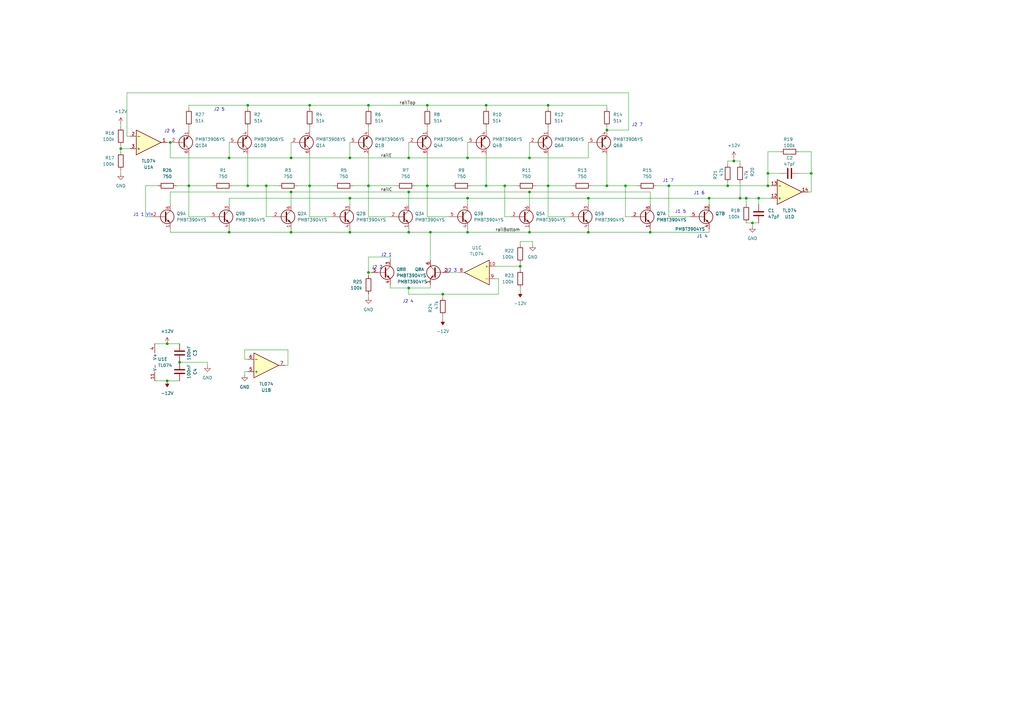
<source format=kicad_sch>
(kicad_sch (version 20230121) (generator eeschema)
  (paper "A3")
  (lib_symbols
    (symbol "Amplifier_Operational:TL074" (pin_names (offset 0.127))
      (property "Reference" "U" (at 0 5.08 0))
      (property "Value" "TL074" (at 0 -5.08 0))
      (symbol "TL074_1_1"
        (polyline (pts (xy -5.08 5.08) (xy 5.08 0) (xy -5.08 -5.08) (xy -5.08 5.08)) (stroke (width 0.254)) (fill (type background)))
        (pin output line (at 7.62 0 180) (length 2.54) (name "~") (number "1"))
        (pin input line (at -7.62 -2.54 0) (length 2.54) (name "-") (number "2"))
        (pin input line (at -7.62 2.54 0) (length 2.54) (name "+") (number "3"))
      )
      (symbol "TL074_2_1"
        (polyline (pts (xy -5.08 5.08) (xy 5.08 0) (xy -5.08 -5.08) (xy -5.08 5.08)) (stroke (width 0.254)) (fill (type background)))
        (pin input line (at -7.62 2.54 0) (length 2.54) (name "+") (number "5"))
        (pin input line (at -7.62 -2.54 0) (length 2.54) (name "-") (number "6"))
        (pin output line (at 7.62 0 180) (length 2.54) (name "~") (number "7"))
      )
      (symbol "TL074_3_1"
        (polyline (pts (xy -5.08 5.08) (xy 5.08 0) (xy -5.08 -5.08) (xy -5.08 5.08)) (stroke (width 0.254)) (fill (type background)))
        (pin input line (at -7.62 2.54 0) (length 2.54) (name "+") (number "10"))
        (pin output line (at 7.62 0 180) (length 2.54) (name "~") (number "8"))
        (pin input line (at -7.62 -2.54 0) (length 2.54) (name "-") (number "9"))
      )
      (symbol "TL074_4_1"
        (polyline (pts (xy -5.08 5.08) (xy 5.08 0) (xy -5.08 -5.08) (xy -5.08 5.08)) (stroke (width 0.254)) (fill (type background)))
        (pin input line (at -7.62 2.54 0) (length 2.54) (name "+") (number "12"))
        (pin input line (at -7.62 -2.54 0) (length 2.54) (name "-") (number "13"))
        (pin output line (at 7.62 0 180) (length 2.54) (name "~") (number "14"))
      )
      (symbol "TL074_5_1"
        (pin power_in line (at -2.54 -7.62 90) (length 3.81) (name "V-") (number "11"))
        (pin power_in line (at -2.54 7.62 270) (length 3.81) (name "V+") (number "4"))
      )
    )
    (symbol "Device:C" (pin_numbers hide) (pin_names (offset 0.254))
      (property "Reference" "C" (at 0.635 2.54 0))
      (property "Value" "C" (at 0.635 -2.54 0))
      (symbol "C_0_1"
        (polyline (pts (xy -2.032 -0.762) (xy 2.032 -0.762)) (stroke (width 0.508)))
        (polyline (pts (xy -2.032 0.762) (xy 2.032 0.762)) (stroke (width 0.508)))
      )
      (symbol "C_1_1"
        (pin passive line (at 0 3.81 270) (length 2.794) (name "~") (number "1"))
        (pin passive line (at 0 -3.81 90) (length 2.794) (name "~") (number "2"))
      )
    )
    (symbol "Device:R" (pin_numbers hide) (pin_names (offset 0))
      (property "Reference" "R" (at 2.032 0 90))
      (property "Value" "R" (at 0 0 90))
      (symbol "R_0_1"
        (rectangle (start -1.016 -2.54) (end 1.016 2.54) (stroke (width 0.254)))
      )
      (symbol "R_1_1"
        (pin passive line (at 0 3.81 270) (length 1.27) (name "~") (number "1"))
        (pin passive line (at 0 -3.81 90) (length 1.27) (name "~") (number "2"))
      )
    )
    (symbol "Transistor_BJT:PMBT3904YS" (pin_names (offset 0) hide)
      (property "Reference" "Q" (at 5.08 1.27 0))
      (property "Value" "PMBT3904YS" (at 5.08 -1.27 0))
      (symbol "PMBT3904YS_0_1"
        (polyline (pts (xy 0.635 0) (xy -2.54 0)))
        (polyline (pts (xy 0.635 0.635) (xy 2.54 2.54)))
        (polyline (pts (xy 0.635 -0.635) (xy 2.54 -2.54) (xy 2.54 -2.54)))
        (polyline (pts (xy 0.635 1.905) (xy 0.635 -1.905) (xy 0.635 -1.905)) (stroke (width 0.508)))
        (polyline (pts (xy 1.27 -1.778) (xy 1.778 -1.27) (xy 2.286 -2.286) (xy 1.27 -1.778) (xy 1.27 -1.778)) (fill (type outline)))
        (circle (center 1.27 0) (radius 2.8194) (stroke (width 0.254)))
      )
      (symbol "PMBT3904YS_1_1"
        (pin passive line (at 2.54 -5.08 90) (length 2.54) (name "E1") (number "1"))
        (pin input line (at -5.08 0 0) (length 2.54) (name "B1") (number "2"))
        (pin passive line (at 2.54 5.08 270) (length 2.54) (name "C1") (number "6"))
      )
      (symbol "PMBT3904YS_2_1"
        (pin passive line (at 2.54 5.08 270) (length 2.54) (name "C2") (number "3"))
        (pin passive line (at 2.54 -5.08 90) (length 2.54) (name "E2") (number "4"))
        (pin input line (at -5.08 0 0) (length 2.54) (name "B2") (number "5"))
      )
    )
    (symbol "Transistor_BJT:PMBT3906YS" (pin_names (offset 0) hide)
      (property "Reference" "Q" (at 5.08 1.27 0))
      (property "Value" "PMBT3906YS" (at 5.08 -1.27 0))
      (symbol "PMBT3906YS_0_1"
        (polyline (pts (xy 0.635 0) (xy -2.54 0)))
        (polyline (pts (xy 0.635 0.635) (xy 2.54 2.54)))
        (polyline (pts (xy 0.635 -0.635) (xy 2.54 -2.54) (xy 2.54 -2.54)))
        (polyline (pts (xy 0.635 1.905) (xy 0.635 -1.905) (xy 0.635 -1.905)) (stroke (width 0.508)))
        (polyline (pts (xy 2.286 -1.778) (xy 1.778 -2.286) (xy 1.27 -1.27) (xy 2.286 -1.778) (xy 2.286 -1.778)) (fill (type outline)))
        (circle (center 1.27 0) (radius 2.8194) (stroke (width 0.254)))
      )
      (symbol "PMBT3906YS_1_1"
        (pin passive line (at 2.54 -5.08 90) (length 2.54) (name "E1") (number "1"))
        (pin input line (at -5.08 0 0) (length 2.54) (name "B1") (number "2"))
        (pin passive line (at 2.54 5.08 270) (length 2.54) (name "C1") (number "6"))
      )
      (symbol "PMBT3906YS_2_1"
        (pin passive line (at 2.54 5.08 270) (length 2.54) (name "C2") (number "3"))
        (pin passive line (at 2.54 -5.08 90) (length 2.54) (name "E2") (number "4"))
        (pin input line (at -5.08 0 0) (length 2.54) (name "B2") (number "5"))
      )
    )
    (symbol "power:+12V" (power) (pin_names (offset 0))
      (property "Value" "+12V" (at 0 3.556 0))
      (symbol "+12V_0_1"
        (polyline (pts (xy -0.762 1.27) (xy 0 2.54)))
        (polyline (pts (xy 0 0) (xy 0 2.54)))
        (polyline (pts (xy 0 2.54) (xy 0.762 1.27)))
      )
      (symbol "+12V_1_1"
        (pin power_in line (at 0 0 90) (length 0) hide (name "+12V") (number "1"))
      )
    )
    (symbol "power:-12V" (power) (pin_names (offset 0))
      (property "Value" "-12V" (at 0 3.81 0))
      (symbol "-12V_0_0"
        (pin power_in line (at 0 0 90) (length 0) hide (name "-12V") (number "1"))
      )
      (symbol "-12V_0_1"
        (polyline (pts (xy 0 0) (xy 0 1.27) (xy 0.762 1.27) (xy 0 2.54) (xy -0.762 1.27) (xy 0 1.27)) (fill (type outline)))
      )
    )
    (symbol "power:GND" (power) (pin_names (offset 0))
      (property "Value" "GND" (at 0 -3.81 0))
      (symbol "GND_0_1"
        (polyline (pts (xy 0 0) (xy 0 -1.27) (xy 1.27 -1.27) (xy 0 -2.54) (xy -1.27 -1.27) (xy 0 -1.27)))
      )
      (symbol "GND_1_1"
        (pin power_in line (at 0 0 270) (length 0) hide (name "GND") (number "1"))
      )
    )
  )
  (junction (at 93.98 64.77))
  (junction (at 73.66 148.59))
  (junction (at 167.64 78.74))
  (junction (at 300.99 66.04))
  (junction (at 167.64 64.77))
  (junction (at 151.13 76.2))
  (junction (at 266.7 95.25))
  (junction (at 68.58 140.97))
  (junction (at 167.64 95.25))
  (junction (at 248.92 53.34))
  (junction (at 151.13 43.18))
  (junction (at 217.17 78.74))
  (junction (at 303.53 81.28))
  (junction (at 314.96 76.2))
  (junction (at 199.39 76.2))
  (junction (at 290.83 81.28))
  (junction (at 224.79 43.18))
  (junction (at 68.58 156.21))
  (junction (at 101.6 76.2))
  (junction (at 311.15 81.28))
  (junction (at 176.53 95.25))
  (junction (at 217.17 95.25))
  (junction (at 306.07 81.28))
  (junction (at 314.96 71.12))
  (junction (at 217.17 64.77))
  (junction (at 49.53 60.96))
  (junction (at 119.38 78.74))
  (junction (at 93.98 95.25))
  (junction (at 127 43.18))
  (junction (at 119.38 64.77))
  (junction (at 69.85 58.42))
  (junction (at 241.3 95.25))
  (junction (at 119.38 95.25))
  (junction (at 109.22 76.2))
  (junction (at 143.51 81.28))
  (junction (at 143.51 64.77))
  (junction (at 224.79 76.2))
  (junction (at 127 76.2))
  (junction (at 248.92 76.2))
  (junction (at 191.77 64.77))
  (junction (at 175.26 76.2))
  (junction (at 298.45 76.2))
  (junction (at 241.3 81.28))
  (junction (at 213.36 109.22))
  (junction (at 143.51 95.25))
  (junction (at 274.32 76.2))
  (junction (at 207.01 76.2))
  (junction (at 167.64 118.11))
  (junction (at 199.39 43.18))
  (junction (at 191.77 95.25))
  (junction (at 308.61 91.44))
  (junction (at 151.13 111.76))
  (junction (at 332.74 71.12))
  (junction (at 191.77 81.28))
  (junction (at 181.61 120.65))
  (junction (at 77.47 76.2))
  (junction (at 101.6 43.18))
  (junction (at 256.54 76.2))
  (junction (at 175.26 43.18))
  (wire (pts (xy 68.58 156.21) (xy 73.66 156.21)))
  (wire (pts (xy 49.53 69.85) (xy 49.53 71.12)))
  (wire (pts (xy 248.92 52.07) (xy 248.92 53.34)))
  (wire (pts (xy 119.38 64.77) (xy 119.38 58.42)))
  (wire (pts (xy 217.17 78.74) (xy 217.17 83.82)))
  (wire (pts (xy 213.36 107.95) (xy 213.36 109.22)))
  (wire (pts (xy 224.79 43.18) (xy 248.92 43.18)))
  (wire (pts (xy 170.18 76.2) (xy 175.26 76.2)))
  (wire (pts (xy 306.07 81.28) (xy 311.15 81.28)))
  (wire (pts (xy 217.17 78.74) (xy 266.7 78.74)))
  (wire (pts (xy 320.04 62.23) (xy 314.96 62.23)))
  (wire (pts (xy 207.01 88.9) (xy 209.55 88.9)))
  (wire (pts (xy 204.47 114.3) (xy 204.47 120.65)))
  (wire (pts (xy 327.66 62.23) (xy 332.74 62.23)))
  (wire (pts (xy 151.13 43.18) (xy 151.13 44.45)))
  (wire (pts (xy 181.61 120.65) (xy 181.61 121.92)))
  (wire (pts (xy 224.79 52.07) (xy 224.79 53.34)))
  (wire (pts (xy 213.36 99.06) (xy 213.36 100.33)))
  (wire (pts (xy 127 88.9) (xy 135.89 88.9)))
  (wire (pts (xy 175.26 44.45) (xy 175.26 43.18)))
  (wire (pts (xy 176.53 95.25) (xy 191.77 95.25)))
  (wire (pts (xy 151.13 88.9) (xy 160.02 88.9)))
  (wire (pts (xy 167.64 64.77) (xy 191.77 64.77)))
  (wire (pts (xy 77.47 76.2) (xy 77.47 88.9)))
  (wire (pts (xy 101.6 63.5) (xy 101.6 76.2)))
  (wire (pts (xy 199.39 43.18) (xy 199.39 44.45)))
  (wire (pts (xy 73.66 148.59) (xy 85.09 148.59)))
  (wire (pts (xy 175.26 52.07) (xy 175.26 53.34)))
  (wire (pts (xy 241.3 81.28) (xy 241.3 83.82)))
  (wire (pts (xy 207.01 76.2) (xy 212.09 76.2)))
  (wire (pts (xy 199.39 43.18) (xy 224.79 43.18)))
  (wire (pts (xy 314.96 62.23) (xy 314.96 71.12)))
  (wire (pts (xy 101.6 52.07) (xy 101.6 53.34)))
  (wire (pts (xy 327.66 71.12) (xy 332.74 71.12)))
  (wire (pts (xy 77.47 43.18) (xy 101.6 43.18)))
  (wire (pts (xy 303.53 67.31) (xy 303.53 66.04)))
  (wire (pts (xy 241.3 58.42) (xy 241.3 64.77)))
  (wire (pts (xy 167.64 78.74) (xy 217.17 78.74)))
  (wire (pts (xy 199.39 76.2) (xy 207.01 76.2)))
  (wire (pts (xy 143.51 93.98) (xy 143.51 95.25)))
  (wire (pts (xy 298.45 66.04) (xy 298.45 67.31)))
  (wire (pts (xy 175.26 76.2) (xy 175.26 88.9)))
  (wire (pts (xy 143.51 81.28) (xy 143.51 83.82)))
  (wire (pts (xy 256.54 88.9) (xy 259.08 88.9)))
  (wire (pts (xy 290.83 93.98) (xy 290.83 95.25)))
  (wire (pts (xy 300.99 64.77) (xy 300.99 66.04)))
  (wire (pts (xy 72.39 76.2) (xy 77.47 76.2)))
  (wire (pts (xy 241.3 95.25) (xy 217.17 95.25)))
  (wire (pts (xy 127 76.2) (xy 127 88.9)))
  (wire (pts (xy 143.51 81.28) (xy 191.77 81.28)))
  (wire (pts (xy 219.71 76.2) (xy 224.79 76.2)))
  (wire (pts (xy 160.02 105.41) (xy 151.13 105.41)))
  (wire (pts (xy 109.22 76.2) (xy 114.3 76.2)))
  (wire (pts (xy 59.69 88.9) (xy 62.23 88.9)))
  (wire (pts (xy 151.13 111.76) (xy 151.13 113.03)))
  (wire (pts (xy 77.47 44.45) (xy 77.47 43.18)))
  (wire (pts (xy 203.2 114.3) (xy 204.47 114.3)))
  (wire (pts (xy 248.92 76.2) (xy 242.57 76.2)))
  (wire (pts (xy 69.85 95.25) (xy 93.98 95.25)))
  (wire (pts (xy 248.92 63.5) (xy 248.92 76.2)))
  (wire (pts (xy 191.77 64.77) (xy 217.17 64.77)))
  (wire (pts (xy 119.38 78.74) (xy 167.64 78.74)))
  (wire (pts (xy 176.53 118.11) (xy 176.53 116.84)))
  (wire (pts (xy 207.01 76.2) (xy 207.01 88.9)))
  (wire (pts (xy 314.96 71.12) (xy 320.04 71.12)))
  (wire (pts (xy 127 43.18) (xy 151.13 43.18)))
  (wire (pts (xy 217.17 93.98) (xy 217.17 95.25)))
  (wire (pts (xy 77.47 52.07) (xy 77.47 53.34)))
  (wire (pts (xy 290.83 95.25) (xy 266.7 95.25)))
  (wire (pts (xy 93.98 58.42) (xy 93.98 64.77)))
  (wire (pts (xy 298.45 76.2) (xy 314.96 76.2)))
  (wire (pts (xy 217.17 64.77) (xy 217.17 58.42)))
  (wire (pts (xy 151.13 43.18) (xy 175.26 43.18)))
  (wire (pts (xy 204.47 120.65) (xy 181.61 120.65)))
  (wire (pts (xy 332.74 78.74) (xy 331.47 78.74)))
  (wire (pts (xy 127 76.2) (xy 137.16 76.2)))
  (wire (pts (xy 101.6 152.4) (xy 100.33 152.4)))
  (wire (pts (xy 95.25 76.2) (xy 101.6 76.2)))
  (wire (pts (xy 167.64 118.11) (xy 167.64 120.65)))
  (wire (pts (xy 266.7 78.74) (xy 266.7 83.82)))
  (wire (pts (xy 119.38 78.74) (xy 119.38 83.82)))
  (wire (pts (xy 257.81 38.1) (xy 257.81 53.34)))
  (wire (pts (xy 303.53 74.93) (xy 303.53 81.28)))
  (wire (pts (xy 184.15 111.76) (xy 187.96 111.76)))
  (wire (pts (xy 101.6 43.18) (xy 127 43.18)))
  (wire (pts (xy 303.53 81.28) (xy 306.07 81.28)))
  (wire (pts (xy 100.33 143.51) (xy 118.11 143.51)))
  (wire (pts (xy 167.64 118.11) (xy 176.53 118.11)))
  (wire (pts (xy 303.53 66.04) (xy 300.99 66.04)))
  (wire (pts (xy 143.51 58.42) (xy 143.51 64.77)))
  (wire (pts (xy 151.13 76.2) (xy 151.13 88.9)))
  (wire (pts (xy 224.79 63.5) (xy 224.79 76.2)))
  (wire (pts (xy 314.96 76.2) (xy 316.23 76.2)))
  (wire (pts (xy 121.92 76.2) (xy 127 76.2)))
  (wire (pts (xy 101.6 76.2) (xy 109.22 76.2)))
  (wire (pts (xy 52.07 38.1) (xy 257.81 38.1)))
  (wire (pts (xy 248.92 43.18) (xy 248.92 44.45)))
  (wire (pts (xy 160.02 106.68) (xy 160.02 105.41)))
  (wire (pts (xy 151.13 52.07) (xy 151.13 53.34)))
  (wire (pts (xy 167.64 95.25) (xy 176.53 95.25)))
  (wire (pts (xy 298.45 74.93) (xy 298.45 76.2)))
  (wire (pts (xy 176.53 95.25) (xy 176.53 106.68)))
  (wire (pts (xy 248.92 76.2) (xy 256.54 76.2)))
  (wire (pts (xy 93.98 64.77) (xy 119.38 64.77)))
  (wire (pts (xy 49.53 50.8) (xy 49.53 52.07)))
  (wire (pts (xy 306.07 81.28) (xy 306.07 83.82)))
  (wire (pts (xy 218.44 99.06) (xy 213.36 99.06)))
  (wire (pts (xy 109.22 76.2) (xy 109.22 88.9)))
  (wire (pts (xy 241.3 81.28) (xy 290.83 81.28)))
  (wire (pts (xy 181.61 120.65) (xy 167.64 120.65)))
  (wire (pts (xy 160.02 118.11) (xy 167.64 118.11)))
  (wire (pts (xy 93.98 83.82) (xy 93.98 81.28)))
  (wire (pts (xy 151.13 76.2) (xy 144.78 76.2)))
  (wire (pts (xy 199.39 63.5) (xy 199.39 76.2)))
  (wire (pts (xy 175.26 63.5) (xy 175.26 76.2)))
  (wire (pts (xy 64.77 76.2) (xy 59.69 76.2)))
  (wire (pts (xy 224.79 76.2) (xy 224.79 88.9)))
  (wire (pts (xy 191.77 95.25) (xy 191.77 93.98)))
  (wire (pts (xy 151.13 105.41) (xy 151.13 111.76)))
  (wire (pts (xy 256.54 76.2) (xy 256.54 88.9)))
  (wire (pts (xy 69.85 64.77) (xy 69.85 58.42)))
  (wire (pts (xy 181.61 129.54) (xy 181.61 130.81)))
  (wire (pts (xy 217.17 95.25) (xy 191.77 95.25)))
  (wire (pts (xy 143.51 95.25) (xy 119.38 95.25)))
  (wire (pts (xy 119.38 95.25) (xy 93.98 95.25)))
  (wire (pts (xy 53.34 60.96) (xy 49.53 60.96)))
  (wire (pts (xy 224.79 88.9) (xy 233.68 88.9)))
  (wire (pts (xy 218.44 100.33) (xy 218.44 99.06)))
  (wire (pts (xy 300.99 66.04) (xy 298.45 66.04)))
  (wire (pts (xy 53.34 55.88) (xy 52.07 55.88)))
  (wire (pts (xy 274.32 76.2) (xy 274.32 88.9)))
  (wire (pts (xy 109.22 88.9) (xy 111.76 88.9)))
  (wire (pts (xy 162.56 76.2) (xy 151.13 76.2)))
  (wire (pts (xy 290.83 81.28) (xy 303.53 81.28)))
  (wire (pts (xy 256.54 76.2) (xy 261.62 76.2)))
  (wire (pts (xy 224.79 43.18) (xy 224.79 44.45)))
  (wire (pts (xy 213.36 109.22) (xy 213.36 110.49)))
  (wire (pts (xy 193.04 76.2) (xy 199.39 76.2)))
  (wire (pts (xy 167.64 83.82) (xy 167.64 78.74)))
  (wire (pts (xy 59.69 76.2) (xy 59.69 88.9)))
  (wire (pts (xy 241.3 64.77) (xy 217.17 64.77)))
  (wire (pts (xy 63.5 156.21) (xy 68.58 156.21)))
  (wire (pts (xy 69.85 93.98) (xy 69.85 95.25)))
  (wire (pts (xy 77.47 76.2) (xy 87.63 76.2)))
  (wire (pts (xy 68.58 140.97) (xy 73.66 140.97)))
  (wire (pts (xy 151.13 120.65) (xy 151.13 121.92)))
  (wire (pts (xy 69.85 83.82) (xy 69.85 78.74)))
  (wire (pts (xy 127 52.07) (xy 127 53.34)))
  (wire (pts (xy 93.98 81.28) (xy 143.51 81.28)))
  (wire (pts (xy 85.09 149.86) (xy 85.09 148.59)))
  (wire (pts (xy 118.11 149.86) (xy 116.84 149.86)))
  (wire (pts (xy 143.51 64.77) (xy 119.38 64.77)))
  (wire (pts (xy 290.83 81.28) (xy 290.83 83.82)))
  (wire (pts (xy 311.15 83.82) (xy 311.15 81.28)))
  (wire (pts (xy 127 63.5) (xy 127 76.2)))
  (wire (pts (xy 101.6 43.18) (xy 101.6 44.45)))
  (wire (pts (xy 101.6 147.32) (xy 100.33 147.32)))
  (wire (pts (xy 69.85 64.77) (xy 93.98 64.77)))
  (wire (pts (xy 224.79 76.2) (xy 234.95 76.2)))
  (wire (pts (xy 175.26 43.18) (xy 199.39 43.18)))
  (wire (pts (xy 52.07 55.88) (xy 52.07 38.1)))
  (wire (pts (xy 167.64 93.98) (xy 167.64 95.25)))
  (wire (pts (xy 68.58 58.42) (xy 69.85 58.42)))
  (wire (pts (xy 160.02 116.84) (xy 160.02 118.11)))
  (wire (pts (xy 63.5 140.97) (xy 68.58 140.97)))
  (wire (pts (xy 308.61 92.71) (xy 308.61 91.44)))
  (wire (pts (xy 100.33 152.4) (xy 100.33 153.67)))
  (wire (pts (xy 308.61 91.44) (xy 306.07 91.44)))
  (wire (pts (xy 213.36 118.11) (xy 213.36 119.38)))
  (wire (pts (xy 191.77 83.82) (xy 191.77 81.28)))
  (wire (pts (xy 69.85 78.74) (xy 119.38 78.74)))
  (wire (pts (xy 203.2 109.22) (xy 213.36 109.22)))
  (wire (pts (xy 314.96 71.12) (xy 314.96 76.2)))
  (wire (pts (xy 93.98 95.25) (xy 93.98 93.98)))
  (wire (pts (xy 143.51 64.77) (xy 167.64 64.77)))
  (wire (pts (xy 49.53 60.96) (xy 49.53 59.69)))
  (wire (pts (xy 77.47 88.9) (xy 86.36 88.9)))
  (wire (pts (xy 167.64 64.77) (xy 167.64 58.42)))
  (wire (pts (xy 118.11 143.51) (xy 118.11 149.86)))
  (wire (pts (xy 175.26 88.9) (xy 184.15 88.9)))
  (wire (pts (xy 269.24 76.2) (xy 274.32 76.2)))
  (wire (pts (xy 266.7 93.98) (xy 266.7 95.25)))
  (wire (pts (xy 241.3 93.98) (xy 241.3 95.25)))
  (wire (pts (xy 274.32 88.9) (xy 283.21 88.9)))
  (wire (pts (xy 191.77 81.28) (xy 241.3 81.28)))
  (wire (pts (xy 152.4 111.76) (xy 151.13 111.76)))
  (wire (pts (xy 143.51 95.25) (xy 167.64 95.25)))
  (wire (pts (xy 49.53 60.96) (xy 49.53 62.23)))
  (wire (pts (xy 274.32 76.2) (xy 298.45 76.2)))
  (wire (pts (xy 175.26 76.2) (xy 185.42 76.2)))
  (wire (pts (xy 119.38 93.98) (xy 119.38 95.25)))
  (wire (pts (xy 332.74 62.23) (xy 332.74 71.12)))
  (wire (pts (xy 308.61 91.44) (xy 311.15 91.44)))
  (wire (pts (xy 332.74 71.12) (xy 332.74 78.74)))
  (wire (pts (xy 77.47 63.5) (xy 77.47 76.2)))
  (wire (pts (xy 100.33 147.32) (xy 100.33 143.51)))
  (wire (pts (xy 151.13 63.5) (xy 151.13 76.2)))
  (wire (pts (xy 127 43.18) (xy 127 44.45)))
  (wire (pts (xy 311.15 81.28) (xy 316.23 81.28)))
  (wire (pts (xy 199.39 52.07) (xy 199.39 53.34)))
  (wire (pts (xy 266.7 95.25) (xy 241.3 95.25)))
  (wire (pts (xy 191.77 58.42) (xy 191.77 64.77)))
  (wire (pts (xy 248.92 53.34) (xy 257.81 53.34)))
  (text "J2 1" (at 156.21 105.41 0) (effects (font (size 1.27 1.27)) (justify left bottom)))
  (text "J2 5" (at 87.63 45.72 0) (effects (font (size 1.27 1.27)) (justify left bottom)))
  (text "J1 4" (at 285.75 97.79 0) (effects (font (size 1.27 1.27)) (justify left bottom)))
  (text "J2 3" (at 182.88 111.76 0) (effects (font (size 1.27 1.27)) (justify left bottom)))
  (text "J1 7" (at 271.78 74.93 0) (effects (font (size 1.27 1.27)) (justify left bottom)))
  (text "J1 1 Vin" (at 54.61 88.9 0) (effects (font (size 1.27 1.27)) (justify left bottom)))
  (text "J2 6" (at 67.31 54.61 0) (effects (font (size 1.27 1.27)) (justify left bottom)))
  (text "J1 6" (at 284.48 80.01 0) (effects (font (size 1.27 1.27)) (justify left bottom)))
  (text "J2 2" (at 152.4 110.49 0) (effects (font (size 1.27 1.27)) (justify left bottom)))
  (text "J1 5" (at 276.86 87.63 0) (effects (font (size 1.27 1.27)) (justify left bottom)))
  (text "J2 4" (at 165.1 124.46 0) (effects (font (size 1.27 1.27)) (justify left bottom)))
  (text "J2 7" (at 259.08 52.07 0) (effects (font (size 1.27 1.27)) (justify left bottom)))
  (label "railC" (at 156.21 78.74 0))
  (label "railE" (at 156.21 64.77 0))
  (label "railTop" (at 163.83 43.18 0))
  (label "railBottom" (at 203.2 95.25 0))
  (symbol (lib_id "Device:R") (at 265.43 76.2 90) (unit 1)
    (property "Reference" "R15" (at 265.43 69.85 90))
    (property "Value" "750" (at 265.43 72.39 90))
    (property "Footprint" "Resistor_SMD:R_0402_1005Metric" (effects hide))
  )
  (symbol (lib_id "Device:R") (at 101.6 48.26 0) (unit 1)
    (property "Reference" "R2" (at 104.14 46.99 0) (effects (justify left)))
    (property "Value" "51k" (at 104.14 49.53 0) (effects (justify left)))
    (property "Footprint" "Resistor_SMD:R_0402_1005Metric" (effects hide))
  )
  (symbol (lib_id "Transistor_BJT:PMBT3904YS") (at 238.76 88.9 0) (unit 2)
    (property "Reference" "Q5" (at 243.84 87.63 0) (effects (justify left)))
    (property "Value" "PMBT3904YS" (at 243.84 90.17 0) (effects (justify left)))
    (property "Footprint" "Package_TO_SOT_SMD:SOT-363_SC-70-6" (effects hide))
    (property "Datasheet" "https://assets.nexperia.com/documents/data-sheet/PMBT3904YS.pdf" (effects hide))
  )
  (symbol (lib_id "Transistor_BJT:PMBT3906YS") (at 196.85 58.42 0) (mirror x) (unit 2)
    (property "Reference" "Q4" (at 201.93 59.69 0) (effects (justify left)))
    (property "Value" "PMBT3906YS" (at 201.93 57.15 0) (effects (justify left)))
    (property "Footprint" "Package_TO_SOT_SMD:SOT-363_SC-70-6" (effects hide))
    (property "Datasheet" "https://assets.nexperia.com/documents/data-sheet/PMBT3906YS.pdf" (effects hide))
  )
  (symbol (lib_id "power:+12V") (at 300.99 64.77 0) (unit 1)
    (property "Reference" "#PWR04" (effects hide))
    (property "Value" "+12V" (at 300.99 59.69 0))
  )
  (symbol (lib_id "Device:R") (at 238.76 76.2 90) (unit 1)
    (property "Reference" "R13" (at 238.76 69.85 90))
    (property "Value" "750" (at 238.76 72.39 90))
    (property "Footprint" "Resistor_SMD:R_0402_1005Metric" (effects hide))
  )
  (symbol (lib_id "Transistor_BJT:PMBT3904YS") (at 157.48 111.76 0) (unit 2)
    (property "Reference" "Q8" (at 162.56 110.49 0) (effects (justify left)))
    (property "Value" "PMBT3904YS" (at 162.56 113.03 0) (effects (justify left)))
    (property "Footprint" "Package_TO_SOT_SMD:SOT-363_SC-70-6" (effects hide))
    (property "Datasheet" "https://assets.nexperia.com/documents/data-sheet/PMBT3904YS.pdf" (effects hide))
  )
  (symbol (lib_id "Device:R") (at 49.53 66.04 0) (mirror y) (unit 1)
    (property "Reference" "R17" (at 46.99 64.77 0) (effects (justify left)))
    (property "Value" "100k" (at 46.99 67.31 0) (effects (justify left)))
    (property "Footprint" "Resistor_SMD:R_0402_1005Metric" (effects hide))
  )
  (symbol (lib_id "Device:R") (at 306.07 87.63 0) (mirror y) (unit 1)
    (property "Reference" "R18" (at 303.53 86.36 0) (effects (justify left)))
    (property "Value" "100k" (at 303.53 88.9 0) (effects (justify left)))
    (property "Footprint" "Resistor_SMD:R_0402_1005Metric" (effects hide))
  )
  (symbol (lib_id "Device:R") (at 91.44 76.2 90) (unit 1)
    (property "Reference" "R1" (at 91.44 69.85 90))
    (property "Value" "750" (at 91.44 72.39 90))
    (property "Footprint" "Resistor_SMD:R_0402_1005Metric" (effects hide))
  )
  (symbol (lib_id "Device:R") (at 213.36 114.3 0) (mirror y) (unit 1)
    (property "Reference" "R23" (at 210.82 113.03 0) (effects (justify left)))
    (property "Value" "100k" (at 210.82 115.57 0) (effects (justify left)))
    (property "Footprint" "Resistor_SMD:R_0402_1005Metric" (effects hide))
  )
  (symbol (lib_id "Device:R") (at 323.85 62.23 270) (mirror x) (unit 1)
    (property "Reference" "R19" (at 321.31 57.15 90) (effects (justify left)))
    (property "Value" "100k" (at 321.31 59.69 90) (effects (justify left)))
    (property "Footprint" "Resistor_SMD:R_0402_1005Metric" (effects hide))
  )
  (symbol (lib_id "power:+12V") (at 49.53 50.8 0) (unit 1)
    (property "Reference" "#PWR02" (effects hide))
    (property "Value" "+12V" (at 49.53 45.72 0))
  )
  (symbol (lib_id "Device:R") (at 215.9 76.2 90) (unit 1)
    (property "Reference" "R11" (at 215.9 69.85 90))
    (property "Value" "750" (at 215.9 72.39 90))
    (property "Footprint" "Resistor_SMD:R_0402_1005Metric" (effects hide))
  )
  (symbol (lib_id "power:GND") (at 49.53 71.12 0) (unit 1)
    (property "Reference" "#PWR01" (effects hide))
    (property "Value" "GND" (at 49.53 76.2 0))
  )
  (symbol (lib_id "Device:R") (at 151.13 48.26 0) (unit 1)
    (property "Reference" "R6" (at 153.67 46.99 0) (effects (justify left)))
    (property "Value" "51k" (at 153.67 49.53 0) (effects (justify left)))
    (property "Footprint" "Resistor_SMD:R_0402_1005Metric" (effects hide))
  )
  (symbol (lib_id "Device:C") (at 323.85 71.12 90) (unit 1)
    (property "Reference" "C2" (at 323.85 64.77 90))
    (property "Value" "47pF" (at 323.85 67.31 90))
    (property "Footprint" "Capacitor_SMD:C_0402_1005Metric" (effects hide))
  )
  (symbol (lib_id "Transistor_BJT:PMBT3906YS") (at 99.06 58.42 0) (mirror x) (unit 2)
    (property "Reference" "Q10" (at 104.14 59.69 0) (effects (justify left)))
    (property "Value" "PMBT3906YS" (at 104.14 57.15 0) (effects (justify left)))
    (property "Footprint" "Package_TO_SOT_SMD:SOT-363_SC-70-6" (effects hide))
    (property "Datasheet" "https://assets.nexperia.com/documents/data-sheet/PMBT3906YS.pdf" (effects hide))
  )
  (symbol (lib_id "Device:R") (at 49.53 55.88 0) (unit 1)
    (property "Reference" "R16" (at 46.99 54.61 0) (effects (justify right)))
    (property "Value" "100k" (at 46.99 57.15 0) (effects (justify right)))
    (property "Footprint" "Resistor_SMD:R_0402_1005Metric" (effects hide))
  )
  (symbol (lib_id "Transistor_BJT:PMBT3904YS") (at 264.16 88.9 0) (unit 1)
    (property "Reference" "Q7" (at 269.24 87.63 0) (effects (justify left)))
    (property "Value" "PMBT3904YS" (at 269.24 90.17 0) (effects (justify left)))
    (property "Footprint" "Package_TO_SOT_SMD:SOT-363_SC-70-6" (effects hide))
    (property "Datasheet" "https://assets.nexperia.com/documents/data-sheet/PMBT3904YS.pdf" (effects hide))
  )
  (symbol (lib_id "Device:R") (at 151.13 116.84 0) (mirror y) (unit 1)
    (property "Reference" "R25" (at 148.59 115.57 0) (effects (justify left)))
    (property "Value" "100k" (at 148.59 118.11 0) (effects (justify left)))
    (property "Footprint" "Resistor_SMD:R_0402_1005Metric" (effects hide))
  )
  (symbol (lib_id "power:GND") (at 151.13 121.92 0) (unit 1)
    (property "Reference" "#PWR08" (effects hide))
    (property "Value" "GND" (at 151.13 127 0))
  )
  (symbol (lib_id "Transistor_BJT:PMBT3906YS") (at 172.72 58.42 0) (mirror x) (unit 1)
    (property "Reference" "Q4" (at 177.8 59.69 0) (effects (justify left)))
    (property "Value" "PMBT3906YS" (at 177.8 57.15 0) (effects (justify left)))
    (property "Footprint" "Package_TO_SOT_SMD:SOT-363_SC-70-6" (effects hide))
    (property "Datasheet" "https://assets.nexperia.com/documents/data-sheet/PMBT3906YS.pdf" (effects hide))
  )
  (symbol (lib_id "power:+12V") (at 68.58 140.97 0) (unit 1)
    (property "Reference" "#PWR09" (effects hide))
    (property "Value" "+12V" (at 68.58 135.89 0))
  )
  (symbol (lib_id "Amplifier_Operational:TL074") (at 60.96 58.42 0) (mirror x) (unit 1)
    (property "Reference" "U1" (at 60.96 68.58 0))
    (property "Value" "TL074" (at 60.96 66.04 0))
    (property "Footprint" "Package_SO:TSSOP-14_4.4x5mm_P0.65mm" (effects hide))
    (property "Datasheet" "http://www.ti.com/lit/ds/symlink/tl071.pdf" (effects hide))
  )
  (symbol (lib_id "Amplifier_Operational:TL074") (at 66.04 148.59 0) (unit 5)
    (property "Reference" "U1" (at 64.77 147.32 0) (effects (justify left)))
    (property "Value" "TL074" (at 64.77 149.86 0) (effects (justify left)))
    (property "Footprint" "Package_SO:TSSOP-14_4.4x5mm_P0.65mm" (effects hide))
    (property "Datasheet" "http://www.ti.com/lit/ds/symlink/tl071.pdf" (effects hide))
  )
  (symbol (lib_id "Device:R") (at 118.11 76.2 90) (unit 1)
    (property "Reference" "R3" (at 118.11 69.85 90))
    (property "Value" "750" (at 118.11 72.39 90))
    (property "Footprint" "Resistor_SMD:R_0402_1005Metric" (effects hide))
  )
  (symbol (lib_id "Transistor_BJT:PMBT3904YS") (at 140.97 88.9 0) (unit 2)
    (property "Reference" "Q2" (at 146.05 87.63 0) (effects (justify left)))
    (property "Value" "PMBT3904YS" (at 146.05 90.17 0) (effects (justify left)))
    (property "Footprint" "Package_TO_SOT_SMD:SOT-363_SC-70-6" (effects hide))
    (property "Datasheet" "https://assets.nexperia.com/documents/data-sheet/PMBT3904YS.pdf" (effects hide))
  )
  (symbol (lib_id "Device:R") (at 68.58 76.2 90) (unit 1)
    (property "Reference" "R26" (at 68.58 69.85 90))
    (property "Value" "750" (at 68.58 72.39 90))
    (property "Footprint" "Resistor_SMD:R_0402_1005Metric" (effects hide))
  )
  (symbol (lib_id "Device:C") (at 73.66 152.4 0) (unit 1)
    (property "Reference" "C4" (at 80.01 152.4 90))
    (property "Value" "100nF" (at 77.47 152.4 90))
    (property "Footprint" "Capacitor_SMD:C_0402_1005Metric" (effects hide))
  )
  (symbol (lib_id "power:GND") (at 218.44 100.33 0) (unit 1)
    (property "Reference" "#PWR05" (effects hide))
    (property "Value" "GND" (at 218.44 105.41 0))
  )
  (symbol (lib_id "Transistor_BJT:PMBT3904YS") (at 214.63 88.9 0) (unit 1)
    (property "Reference" "Q5" (at 219.71 87.63 0) (effects (justify left)))
    (property "Value" "PMBT3904YS" (at 219.71 90.17 0) (effects (justify left)))
    (property "Footprint" "Package_TO_SOT_SMD:SOT-363_SC-70-6" (effects hide))
    (property "Datasheet" "https://assets.nexperia.com/documents/data-sheet/PMBT3904YS.pdf" (effects hide))
  )
  (symbol (lib_id "Device:R") (at 224.79 48.26 0) (unit 1)
    (property "Reference" "R12" (at 227.33 46.99 0) (effects (justify left)))
    (property "Value" "51k" (at 227.33 49.53 0) (effects (justify left)))
    (property "Footprint" "Resistor_SMD:R_0402_1005Metric" (effects hide))
  )
  (symbol (lib_id "power:-12V") (at 68.58 156.21 180) (unit 1)
    (property "Reference" "#PWR010" (effects hide))
    (property "Value" "-12V" (at 68.58 161.29 0))
  )
  (symbol (lib_id "Transistor_BJT:PMBT3904YS") (at 189.23 88.9 0) (unit 2)
    (property "Reference" "Q3" (at 194.31 87.63 0) (effects (justify left)))
    (property "Value" "PMBT3904YS" (at 194.31 90.17 0) (effects (justify left)))
    (property "Footprint" "Package_TO_SOT_SMD:SOT-363_SC-70-6" (effects hide))
    (property "Datasheet" "https://assets.nexperia.com/documents/data-sheet/PMBT3904YS.pdf" (effects hide))
  )
  (symbol (lib_id "Device:R") (at 213.36 104.14 0) (unit 1)
    (property "Reference" "R22" (at 210.82 102.87 0) (effects (justify right)))
    (property "Value" "100k" (at 210.82 105.41 0) (effects (justify right)))
    (property "Footprint" "Resistor_SMD:R_0402_1005Metric" (effects hide))
  )
  (symbol (lib_id "Transistor_BJT:PMBT3904YS") (at 67.31 88.9 0) (unit 1)
    (property "Reference" "Q9" (at 72.39 87.63 0) (effects (justify left)))
    (property "Value" "PMBT3904YS" (at 72.39 90.17 0) (effects (justify left)))
    (property "Footprint" "Package_TO_SOT_SMD:SOT-363_SC-70-6" (effects hide))
    (property "Datasheet" "https://assets.nexperia.com/documents/data-sheet/PMBT3904YS.pdf" (effects hide))
  )
  (symbol (lib_id "Device:R") (at 166.37 76.2 90) (unit 1)
    (property "Reference" "R7" (at 166.37 69.85 90))
    (property "Value" "750" (at 166.37 72.39 90))
    (property "Footprint" "Resistor_SMD:R_0402_1005Metric" (effects hide))
  )
  (symbol (lib_id "power:GND") (at 85.09 149.86 0) (unit 1)
    (property "Reference" "#PWR012" (effects hide))
    (property "Value" "GND" (at 85.09 154.94 0))
  )
  (symbol (lib_id "power:-12V") (at 213.36 119.38 180) (unit 1)
    (property "Reference" "#PWR06" (effects hide))
    (property "Value" "-12V" (at 213.36 124.46 0))
  )
  (symbol (lib_id "Device:R") (at 303.53 71.12 0) (mirror x) (unit 1)
    (property "Reference" "R20" (at 308.61 68.58 90) (effects (justify left)))
    (property "Value" "47k" (at 306.07 69.85 90) (effects (justify left)))
    (property "Footprint" "Resistor_SMD:R_0402_1005Metric" (effects hide))
  )
  (symbol (lib_id "power:-12V") (at 181.61 130.81 180) (unit 1)
    (property "Reference" "#PWR07" (effects hide))
    (property "Value" "-12V" (at 181.61 135.89 0))
  )
  (symbol (lib_id "Transistor_BJT:PMBT3904YS") (at 179.07 111.76 0) (mirror y) (unit 1)
    (property "Reference" "Q8" (at 173.99 110.49 0) (effects (justify left)))
    (property "Value" "PMBT3904YS" (at 175.26 115.57 0) (effects (justify left)))
    (property "Footprint" "Package_TO_SOT_SMD:SOT-363_SC-70-6" (effects hide))
    (property "Datasheet" "https://assets.nexperia.com/documents/data-sheet/PMBT3904YS.pdf" (effects hide))
  )
  (symbol (lib_id "Transistor_BJT:PMBT3906YS") (at 148.59 58.42 0) (mirror x) (unit 2)
    (property "Reference" "Q1" (at 153.67 59.69 0) (effects (justify left)))
    (property "Value" "PMBT3906YS" (at 153.67 57.15 0) (effects (justify left)))
    (property "Footprint" "Package_TO_SOT_SMD:SOT-363_SC-70-6" (effects hide))
    (property "Datasheet" "https://assets.nexperia.com/documents/data-sheet/PMBT3906YS.pdf" (effects hide))
  )
  (symbol (lib_id "Transistor_BJT:PMBT3906YS") (at 246.38 58.42 0) (mirror x) (unit 2)
    (property "Reference" "Q6" (at 251.46 59.69 0) (effects (justify left)))
    (property "Value" "PMBT3906YS" (at 251.46 57.15 0) (effects (justify left)))
    (property "Footprint" "Package_TO_SOT_SMD:SOT-363_SC-70-6" (effects hide))
    (property "Datasheet" "https://assets.nexperia.com/documents/data-sheet/PMBT3906YS.pdf" (effects hide))
  )
  (symbol (lib_id "Device:R") (at 175.26 48.26 0) (unit 1)
    (property "Reference" "R8" (at 177.8 46.99 0) (effects (justify left)))
    (property "Value" "51k" (at 177.8 49.53 0) (effects (justify left)))
    (property "Footprint" "Resistor_SMD:R_0402_1005Metric" (effects hide))
  )
  (symbol (lib_id "power:GND") (at 308.61 92.71 0) (unit 1)
    (property "Reference" "#PWR03" (effects hide))
    (property "Value" "GND" (at 308.61 97.79 0))
  )
  (symbol (lib_id "Device:C") (at 73.66 144.78 0) (unit 1)
    (property "Reference" "C3" (at 80.01 144.78 90))
    (property "Value" "100nF" (at 77.47 144.78 90))
    (property "Footprint" "Capacitor_SMD:C_0402_1005Metric" (effects hide))
  )
  (symbol (lib_id "Transistor_BJT:PMBT3906YS") (at 222.25 58.42 0) (mirror x) (unit 1)
    (property "Reference" "Q6" (at 227.33 59.69 0) (effects (justify left)))
    (property "Value" "PMBT3906YS" (at 227.33 57.15 0) (effects (justify left)))
    (property "Footprint" "Package_TO_SOT_SMD:SOT-363_SC-70-6" (effects hide))
    (property "Datasheet" "https://assets.nexperia.com/documents/data-sheet/PMBT3906YS.pdf" (effects hide))
  )
  (symbol (lib_id "Device:R") (at 199.39 48.26 0) (unit 1)
    (property "Reference" "R10" (at 201.93 46.99 0) (effects (justify left)))
    (property "Value" "51k" (at 201.93 49.53 0) (effects (justify left)))
    (property "Footprint" "Resistor_SMD:R_0402_1005Metric" (effects hide))
  )
  (symbol (lib_id "Amplifier_Operational:TL074") (at 109.22 149.86 0) (mirror x) (unit 2)
    (property "Reference" "U1" (at 109.22 160.02 0))
    (property "Value" "TL074" (at 109.22 157.48 0))
    (property "Footprint" "Package_SO:TSSOP-14_4.4x5mm_P0.65mm" (effects hide))
    (property "Datasheet" "http://www.ti.com/lit/ds/symlink/tl071.pdf" (effects hide))
  )
  (symbol (lib_id "Amplifier_Operational:TL074") (at 195.58 111.76 0) (mirror y) (unit 3)
    (property "Reference" "U1" (at 195.58 101.6 0))
    (property "Value" "TL074" (at 195.58 104.14 0))
    (property "Footprint" "Package_SO:TSSOP-14_4.4x5mm_P0.65mm" (effects hide))
    (property "Datasheet" "http://www.ti.com/lit/ds/symlink/tl071.pdf" (effects hide))
  )
  (symbol (lib_id "Device:R") (at 189.23 76.2 90) (unit 1)
    (property "Reference" "R9" (at 189.23 69.85 90))
    (property "Value" "750" (at 189.23 72.39 90))
    (property "Footprint" "Resistor_SMD:R_0402_1005Metric" (effects hide))
  )
  (symbol (lib_id "Transistor_BJT:PMBT3904YS") (at 91.44 88.9 0) (unit 2)
    (property "Reference" "Q9" (at 96.52 87.63 0) (effects (justify left)))
    (property "Value" "PMBT3904YS" (at 96.52 90.17 0) (effects (justify left)))
    (property "Footprint" "Package_TO_SOT_SMD:SOT-363_SC-70-6" (effects hide))
    (property "Datasheet" "https://assets.nexperia.com/documents/data-sheet/PMBT3904YS.pdf" (effects hide))
  )
  (symbol (lib_id "Amplifier_Operational:TL074") (at 323.85 78.74 0) (mirror x) (unit 4)
    (property "Reference" "U1" (at 323.85 88.9 0))
    (property "Value" "TL074" (at 323.85 86.36 0))
    (property "Footprint" "Package_SO:TSSOP-14_4.4x5mm_P0.65mm" (effects hide))
    (property "Datasheet" "http://www.ti.com/lit/ds/symlink/tl071.pdf" (effects hide))
  )
  (symbol (lib_id "Device:R") (at 127 48.26 0) (unit 1)
    (property "Reference" "R4" (at 129.54 46.99 0) (effects (justify left)))
    (property "Value" "51k" (at 129.54 49.53 0) (effects (justify left)))
    (property "Footprint" "Resistor_SMD:R_0402_1005Metric" (effects hide))
  )
  (symbol (lib_id "Transistor_BJT:PMBT3904YS") (at 165.1 88.9 0) (unit 1)
    (property "Reference" "Q3" (at 170.18 87.63 0) (effects (justify left)))
    (property "Value" "PMBT3904YS" (at 170.18 90.17 0) (effects (justify left)))
    (property "Footprint" "Package_TO_SOT_SMD:SOT-363_SC-70-6" (effects hide))
    (property "Datasheet" "https://assets.nexperia.com/documents/data-sheet/PMBT3904YS.pdf" (effects hide))
  )
  (symbol (lib_id "Transistor_BJT:PMBT3904YS") (at 116.84 88.9 0) (unit 1)
    (property "Reference" "Q2" (at 121.92 87.63 0) (effects (justify left)))
    (property "Value" "PMBT3904YS" (at 121.92 90.17 0) (effects (justify left)))
    (property "Footprint" "Package_TO_SOT_SMD:SOT-363_SC-70-6" (effects hide))
    (property "Datasheet" "https://assets.nexperia.com/documents/data-sheet/PMBT3904YS.pdf" (effects hide))
  )
  (symbol (lib_id "Device:R") (at 181.61 125.73 0) (mirror y) (unit 1)
    (property "Reference" "R24" (at 176.53 128.27 90) (effects (justify left)))
    (property "Value" "47k" (at 179.07 127 90) (effects (justify left)))
    (property "Footprint" "Resistor_SMD:R_0402_1005Metric" (effects hide))
  )
  (symbol (lib_id "Device:R") (at 77.47 48.26 0) (unit 1)
    (property "Reference" "R27" (at 80.01 46.99 0) (effects (justify left)))
    (property "Value" "51k" (at 80.01 49.53 0) (effects (justify left)))
    (property "Footprint" "Resistor_SMD:R_0402_1005Metric" (effects hide))
  )
  (symbol (lib_id "Device:C") (at 311.15 87.63 0) (unit 1)
    (property "Reference" "C1" (at 314.96 86.36 0) (effects (justify left)))
    (property "Value" "47pF" (at 314.96 88.9 0) (effects (justify left)))
    (property "Footprint" "Capacitor_SMD:C_0402_1005Metric" (effects hide))
  )
  (symbol (lib_id "Device:R") (at 140.97 76.2 90) (unit 1)
    (property "Reference" "R5" (at 140.97 69.85 90))
    (property "Value" "750" (at 140.97 72.39 90))
    (property "Footprint" "Resistor_SMD:R_0402_1005Metric" (effects hide))
  )
  (symbol (lib_id "Transistor_BJT:PMBT3906YS") (at 124.46 58.42 0) (mirror x) (unit 1)
    (property "Reference" "Q1" (at 129.54 59.69 0) (effects (justify left)))
    (property "Value" "PMBT3906YS" (at 129.54 57.15 0) (effects (justify left)))
    (property "Footprint" "Package_TO_SOT_SMD:SOT-363_SC-70-6" (effects hide))
    (property "Datasheet" "https://assets.nexperia.com/documents/data-sheet/PMBT3906YS.pdf" (effects hide))
  )
  (symbol (lib_id "Transistor_BJT:PMBT3906YS") (at 74.93 58.42 0) (mirror x) (unit 1)
    (property "Reference" "Q10" (at 80.01 59.69 0) (effects (justify left)))
    (property "Value" "PMBT3906YS" (at 80.01 57.15 0) (effects (justify left)))
    (property "Footprint" "Package_TO_SOT_SMD:SOT-363_SC-70-6" (effects hide))
    (property "Datasheet" "https://assets.nexperia.com/documents/data-sheet/PMBT3906YS.pdf" (effects hide))
  )
  (symbol (lib_id "Device:R") (at 298.45 71.12 0) (mirror y) (unit 1)
    (property "Reference" "R21" (at 293.37 73.66 90) (effects (justify left)))
    (property "Value" "47k" (at 295.91 72.39 90) (effects (justify left)))
    (property "Footprint" "Resistor_SMD:R_0402_1005Metric" (effects hide))
  )
  (symbol (lib_id "Device:R") (at 248.92 48.26 0) (unit 1)
    (property "Reference" "R14" (at 251.46 46.99 0) (effects (justify left)))
    (property "Value" "51k" (at 251.46 49.53 0) (effects (justify left)))
    (property "Footprint" "Resistor_SMD:R_0402_1005Metric" (effects hide))
  )
  (symbol (lib_id "power:GND") (at 100.33 153.67 0) (unit 1)
    (property "Reference" "#PWR011" (effects hide))
    (property "Value" "GND" (at 100.33 158.75 0))
  )
  (symbol (lib_id "Transistor_BJT:PMBT3904YS") (at 288.29 88.9 0) (unit 2)
    (property "Reference" "Q7" (at 293.37 87.63 0) (effects (justify left)))
    (property "Value" "PMBT3904YS" (at 276.86 93.98 0) (effects (justify left)))
    (property "Footprint" "Package_TO_SOT_SMD:SOT-363_SC-70-6" (effects hide))
    (property "Datasheet" "https://assets.nexperia.com/documents/data-sheet/PMBT3904YS.pdf" (effects hide))
  )
)
</source>
